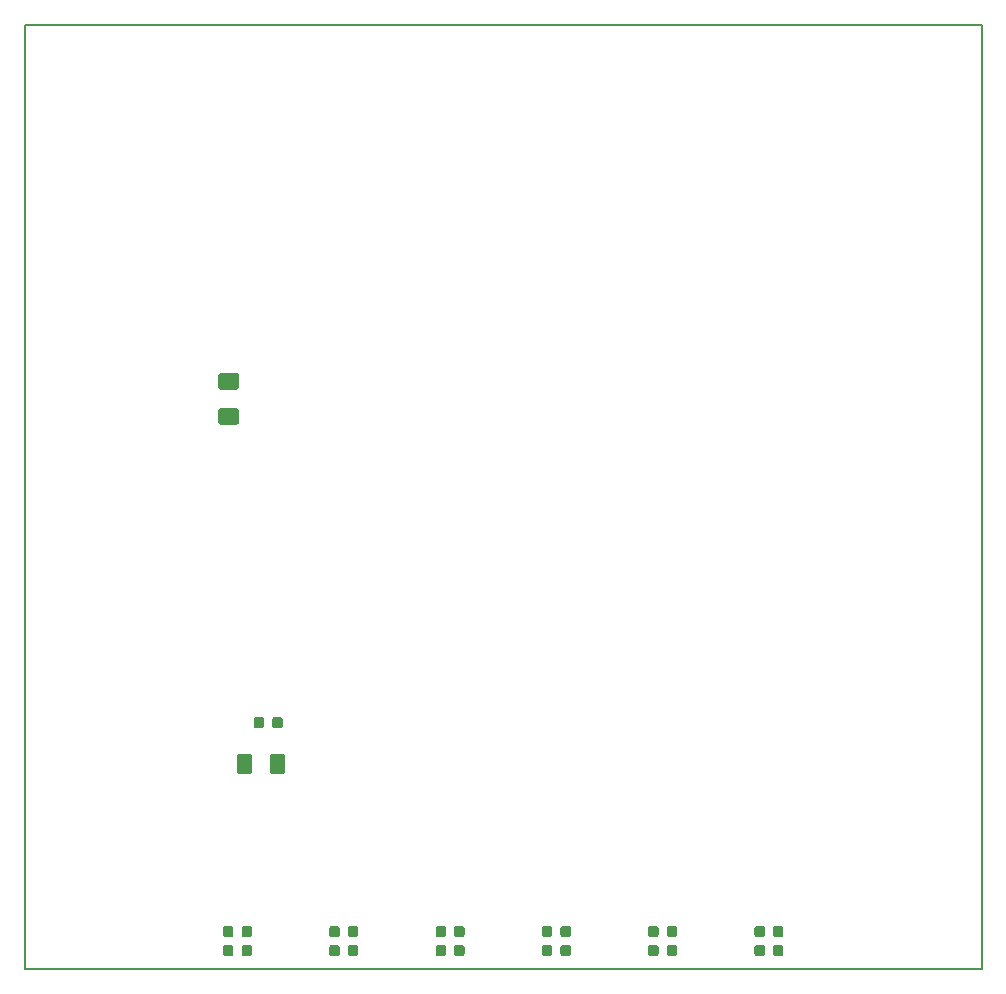
<source format=gbr>
G04 #@! TF.GenerationSoftware,KiCad,Pcbnew,5.0.2-bee76a0~70~ubuntu18.10.1*
G04 #@! TF.CreationDate,2019-01-06T00:11:04+02:00*
G04 #@! TF.ProjectId,GB-BRK-SLOT-A,47422d42-524b-42d5-934c-4f542d412e6b,v1.0*
G04 #@! TF.SameCoordinates,Original*
G04 #@! TF.FileFunction,Paste,Top*
G04 #@! TF.FilePolarity,Positive*
%FSLAX46Y46*%
G04 Gerber Fmt 4.6, Leading zero omitted, Abs format (unit mm)*
G04 Created by KiCad (PCBNEW 5.0.2-bee76a0~70~ubuntu18.10.1) date su  6. tammikuuta 2019 00.11.04*
%MOMM*%
%LPD*%
G01*
G04 APERTURE LIST*
%ADD10C,0.150000*%
%ADD11C,0.100000*%
%ADD12C,1.425000*%
%ADD13C,0.875000*%
%ADD14C,1.250000*%
G04 APERTURE END LIST*
D10*
X128000000Y-70000000D02*
X128000000Y-150000000D01*
X47000000Y-70000000D02*
X128000000Y-70000000D01*
X47000000Y-150000000D02*
X128000000Y-150000000D01*
X47000000Y-70000000D02*
X47000000Y-150000000D01*
D11*
G04 #@! TO.C,R7*
G36*
X64899504Y-102466204D02*
X64923773Y-102469804D01*
X64947571Y-102475765D01*
X64970671Y-102484030D01*
X64992849Y-102494520D01*
X65013893Y-102507133D01*
X65033598Y-102521747D01*
X65051777Y-102538223D01*
X65068253Y-102556402D01*
X65082867Y-102576107D01*
X65095480Y-102597151D01*
X65105970Y-102619329D01*
X65114235Y-102642429D01*
X65120196Y-102666227D01*
X65123796Y-102690496D01*
X65125000Y-102715000D01*
X65125000Y-103640000D01*
X65123796Y-103664504D01*
X65120196Y-103688773D01*
X65114235Y-103712571D01*
X65105970Y-103735671D01*
X65095480Y-103757849D01*
X65082867Y-103778893D01*
X65068253Y-103798598D01*
X65051777Y-103816777D01*
X65033598Y-103833253D01*
X65013893Y-103847867D01*
X64992849Y-103860480D01*
X64970671Y-103870970D01*
X64947571Y-103879235D01*
X64923773Y-103885196D01*
X64899504Y-103888796D01*
X64875000Y-103890000D01*
X63625000Y-103890000D01*
X63600496Y-103888796D01*
X63576227Y-103885196D01*
X63552429Y-103879235D01*
X63529329Y-103870970D01*
X63507151Y-103860480D01*
X63486107Y-103847867D01*
X63466402Y-103833253D01*
X63448223Y-103816777D01*
X63431747Y-103798598D01*
X63417133Y-103778893D01*
X63404520Y-103757849D01*
X63394030Y-103735671D01*
X63385765Y-103712571D01*
X63379804Y-103688773D01*
X63376204Y-103664504D01*
X63375000Y-103640000D01*
X63375000Y-102715000D01*
X63376204Y-102690496D01*
X63379804Y-102666227D01*
X63385765Y-102642429D01*
X63394030Y-102619329D01*
X63404520Y-102597151D01*
X63417133Y-102576107D01*
X63431747Y-102556402D01*
X63448223Y-102538223D01*
X63466402Y-102521747D01*
X63486107Y-102507133D01*
X63507151Y-102494520D01*
X63529329Y-102484030D01*
X63552429Y-102475765D01*
X63576227Y-102469804D01*
X63600496Y-102466204D01*
X63625000Y-102465000D01*
X64875000Y-102465000D01*
X64899504Y-102466204D01*
X64899504Y-102466204D01*
G37*
D12*
X64250000Y-103177500D03*
D11*
G36*
X64899504Y-99491204D02*
X64923773Y-99494804D01*
X64947571Y-99500765D01*
X64970671Y-99509030D01*
X64992849Y-99519520D01*
X65013893Y-99532133D01*
X65033598Y-99546747D01*
X65051777Y-99563223D01*
X65068253Y-99581402D01*
X65082867Y-99601107D01*
X65095480Y-99622151D01*
X65105970Y-99644329D01*
X65114235Y-99667429D01*
X65120196Y-99691227D01*
X65123796Y-99715496D01*
X65125000Y-99740000D01*
X65125000Y-100665000D01*
X65123796Y-100689504D01*
X65120196Y-100713773D01*
X65114235Y-100737571D01*
X65105970Y-100760671D01*
X65095480Y-100782849D01*
X65082867Y-100803893D01*
X65068253Y-100823598D01*
X65051777Y-100841777D01*
X65033598Y-100858253D01*
X65013893Y-100872867D01*
X64992849Y-100885480D01*
X64970671Y-100895970D01*
X64947571Y-100904235D01*
X64923773Y-100910196D01*
X64899504Y-100913796D01*
X64875000Y-100915000D01*
X63625000Y-100915000D01*
X63600496Y-100913796D01*
X63576227Y-100910196D01*
X63552429Y-100904235D01*
X63529329Y-100895970D01*
X63507151Y-100885480D01*
X63486107Y-100872867D01*
X63466402Y-100858253D01*
X63448223Y-100841777D01*
X63431747Y-100823598D01*
X63417133Y-100803893D01*
X63404520Y-100782849D01*
X63394030Y-100760671D01*
X63385765Y-100737571D01*
X63379804Y-100713773D01*
X63376204Y-100689504D01*
X63375000Y-100665000D01*
X63375000Y-99740000D01*
X63376204Y-99715496D01*
X63379804Y-99691227D01*
X63385765Y-99667429D01*
X63394030Y-99644329D01*
X63404520Y-99622151D01*
X63417133Y-99601107D01*
X63431747Y-99581402D01*
X63448223Y-99563223D01*
X63466402Y-99546747D01*
X63486107Y-99532133D01*
X63507151Y-99519520D01*
X63529329Y-99509030D01*
X63552429Y-99500765D01*
X63576227Y-99494804D01*
X63600496Y-99491204D01*
X63625000Y-99490000D01*
X64875000Y-99490000D01*
X64899504Y-99491204D01*
X64899504Y-99491204D01*
G37*
D12*
X64250000Y-100202500D03*
G04 #@! TD*
D11*
G04 #@! TO.C,D1*
G36*
X66027691Y-147926053D02*
X66048926Y-147929203D01*
X66069750Y-147934419D01*
X66089962Y-147941651D01*
X66109368Y-147950830D01*
X66127781Y-147961866D01*
X66145024Y-147974654D01*
X66160930Y-147989070D01*
X66175346Y-148004976D01*
X66188134Y-148022219D01*
X66199170Y-148040632D01*
X66208349Y-148060038D01*
X66215581Y-148080250D01*
X66220797Y-148101074D01*
X66223947Y-148122309D01*
X66225000Y-148143750D01*
X66225000Y-148656250D01*
X66223947Y-148677691D01*
X66220797Y-148698926D01*
X66215581Y-148719750D01*
X66208349Y-148739962D01*
X66199170Y-148759368D01*
X66188134Y-148777781D01*
X66175346Y-148795024D01*
X66160930Y-148810930D01*
X66145024Y-148825346D01*
X66127781Y-148838134D01*
X66109368Y-148849170D01*
X66089962Y-148858349D01*
X66069750Y-148865581D01*
X66048926Y-148870797D01*
X66027691Y-148873947D01*
X66006250Y-148875000D01*
X65568750Y-148875000D01*
X65547309Y-148873947D01*
X65526074Y-148870797D01*
X65505250Y-148865581D01*
X65485038Y-148858349D01*
X65465632Y-148849170D01*
X65447219Y-148838134D01*
X65429976Y-148825346D01*
X65414070Y-148810930D01*
X65399654Y-148795024D01*
X65386866Y-148777781D01*
X65375830Y-148759368D01*
X65366651Y-148739962D01*
X65359419Y-148719750D01*
X65354203Y-148698926D01*
X65351053Y-148677691D01*
X65350000Y-148656250D01*
X65350000Y-148143750D01*
X65351053Y-148122309D01*
X65354203Y-148101074D01*
X65359419Y-148080250D01*
X65366651Y-148060038D01*
X65375830Y-148040632D01*
X65386866Y-148022219D01*
X65399654Y-148004976D01*
X65414070Y-147989070D01*
X65429976Y-147974654D01*
X65447219Y-147961866D01*
X65465632Y-147950830D01*
X65485038Y-147941651D01*
X65505250Y-147934419D01*
X65526074Y-147929203D01*
X65547309Y-147926053D01*
X65568750Y-147925000D01*
X66006250Y-147925000D01*
X66027691Y-147926053D01*
X66027691Y-147926053D01*
G37*
D13*
X65787500Y-148400000D03*
D11*
G36*
X64452691Y-147926053D02*
X64473926Y-147929203D01*
X64494750Y-147934419D01*
X64514962Y-147941651D01*
X64534368Y-147950830D01*
X64552781Y-147961866D01*
X64570024Y-147974654D01*
X64585930Y-147989070D01*
X64600346Y-148004976D01*
X64613134Y-148022219D01*
X64624170Y-148040632D01*
X64633349Y-148060038D01*
X64640581Y-148080250D01*
X64645797Y-148101074D01*
X64648947Y-148122309D01*
X64650000Y-148143750D01*
X64650000Y-148656250D01*
X64648947Y-148677691D01*
X64645797Y-148698926D01*
X64640581Y-148719750D01*
X64633349Y-148739962D01*
X64624170Y-148759368D01*
X64613134Y-148777781D01*
X64600346Y-148795024D01*
X64585930Y-148810930D01*
X64570024Y-148825346D01*
X64552781Y-148838134D01*
X64534368Y-148849170D01*
X64514962Y-148858349D01*
X64494750Y-148865581D01*
X64473926Y-148870797D01*
X64452691Y-148873947D01*
X64431250Y-148875000D01*
X63993750Y-148875000D01*
X63972309Y-148873947D01*
X63951074Y-148870797D01*
X63930250Y-148865581D01*
X63910038Y-148858349D01*
X63890632Y-148849170D01*
X63872219Y-148838134D01*
X63854976Y-148825346D01*
X63839070Y-148810930D01*
X63824654Y-148795024D01*
X63811866Y-148777781D01*
X63800830Y-148759368D01*
X63791651Y-148739962D01*
X63784419Y-148719750D01*
X63779203Y-148698926D01*
X63776053Y-148677691D01*
X63775000Y-148656250D01*
X63775000Y-148143750D01*
X63776053Y-148122309D01*
X63779203Y-148101074D01*
X63784419Y-148080250D01*
X63791651Y-148060038D01*
X63800830Y-148040632D01*
X63811866Y-148022219D01*
X63824654Y-148004976D01*
X63839070Y-147989070D01*
X63854976Y-147974654D01*
X63872219Y-147961866D01*
X63890632Y-147950830D01*
X63910038Y-147941651D01*
X63930250Y-147934419D01*
X63951074Y-147929203D01*
X63972309Y-147926053D01*
X63993750Y-147925000D01*
X64431250Y-147925000D01*
X64452691Y-147926053D01*
X64452691Y-147926053D01*
G37*
D13*
X64212500Y-148400000D03*
G04 #@! TD*
D11*
G04 #@! TO.C,R1*
G36*
X66027691Y-146326053D02*
X66048926Y-146329203D01*
X66069750Y-146334419D01*
X66089962Y-146341651D01*
X66109368Y-146350830D01*
X66127781Y-146361866D01*
X66145024Y-146374654D01*
X66160930Y-146389070D01*
X66175346Y-146404976D01*
X66188134Y-146422219D01*
X66199170Y-146440632D01*
X66208349Y-146460038D01*
X66215581Y-146480250D01*
X66220797Y-146501074D01*
X66223947Y-146522309D01*
X66225000Y-146543750D01*
X66225000Y-147056250D01*
X66223947Y-147077691D01*
X66220797Y-147098926D01*
X66215581Y-147119750D01*
X66208349Y-147139962D01*
X66199170Y-147159368D01*
X66188134Y-147177781D01*
X66175346Y-147195024D01*
X66160930Y-147210930D01*
X66145024Y-147225346D01*
X66127781Y-147238134D01*
X66109368Y-147249170D01*
X66089962Y-147258349D01*
X66069750Y-147265581D01*
X66048926Y-147270797D01*
X66027691Y-147273947D01*
X66006250Y-147275000D01*
X65568750Y-147275000D01*
X65547309Y-147273947D01*
X65526074Y-147270797D01*
X65505250Y-147265581D01*
X65485038Y-147258349D01*
X65465632Y-147249170D01*
X65447219Y-147238134D01*
X65429976Y-147225346D01*
X65414070Y-147210930D01*
X65399654Y-147195024D01*
X65386866Y-147177781D01*
X65375830Y-147159368D01*
X65366651Y-147139962D01*
X65359419Y-147119750D01*
X65354203Y-147098926D01*
X65351053Y-147077691D01*
X65350000Y-147056250D01*
X65350000Y-146543750D01*
X65351053Y-146522309D01*
X65354203Y-146501074D01*
X65359419Y-146480250D01*
X65366651Y-146460038D01*
X65375830Y-146440632D01*
X65386866Y-146422219D01*
X65399654Y-146404976D01*
X65414070Y-146389070D01*
X65429976Y-146374654D01*
X65447219Y-146361866D01*
X65465632Y-146350830D01*
X65485038Y-146341651D01*
X65505250Y-146334419D01*
X65526074Y-146329203D01*
X65547309Y-146326053D01*
X65568750Y-146325000D01*
X66006250Y-146325000D01*
X66027691Y-146326053D01*
X66027691Y-146326053D01*
G37*
D13*
X65787500Y-146800000D03*
D11*
G36*
X64452691Y-146326053D02*
X64473926Y-146329203D01*
X64494750Y-146334419D01*
X64514962Y-146341651D01*
X64534368Y-146350830D01*
X64552781Y-146361866D01*
X64570024Y-146374654D01*
X64585930Y-146389070D01*
X64600346Y-146404976D01*
X64613134Y-146422219D01*
X64624170Y-146440632D01*
X64633349Y-146460038D01*
X64640581Y-146480250D01*
X64645797Y-146501074D01*
X64648947Y-146522309D01*
X64650000Y-146543750D01*
X64650000Y-147056250D01*
X64648947Y-147077691D01*
X64645797Y-147098926D01*
X64640581Y-147119750D01*
X64633349Y-147139962D01*
X64624170Y-147159368D01*
X64613134Y-147177781D01*
X64600346Y-147195024D01*
X64585930Y-147210930D01*
X64570024Y-147225346D01*
X64552781Y-147238134D01*
X64534368Y-147249170D01*
X64514962Y-147258349D01*
X64494750Y-147265581D01*
X64473926Y-147270797D01*
X64452691Y-147273947D01*
X64431250Y-147275000D01*
X63993750Y-147275000D01*
X63972309Y-147273947D01*
X63951074Y-147270797D01*
X63930250Y-147265581D01*
X63910038Y-147258349D01*
X63890632Y-147249170D01*
X63872219Y-147238134D01*
X63854976Y-147225346D01*
X63839070Y-147210930D01*
X63824654Y-147195024D01*
X63811866Y-147177781D01*
X63800830Y-147159368D01*
X63791651Y-147139962D01*
X63784419Y-147119750D01*
X63779203Y-147098926D01*
X63776053Y-147077691D01*
X63775000Y-147056250D01*
X63775000Y-146543750D01*
X63776053Y-146522309D01*
X63779203Y-146501074D01*
X63784419Y-146480250D01*
X63791651Y-146460038D01*
X63800830Y-146440632D01*
X63811866Y-146422219D01*
X63824654Y-146404976D01*
X63839070Y-146389070D01*
X63854976Y-146374654D01*
X63872219Y-146361866D01*
X63890632Y-146350830D01*
X63910038Y-146341651D01*
X63930250Y-146334419D01*
X63951074Y-146329203D01*
X63972309Y-146326053D01*
X63993750Y-146325000D01*
X64431250Y-146325000D01*
X64452691Y-146326053D01*
X64452691Y-146326053D01*
G37*
D13*
X64212500Y-146800000D03*
G04 #@! TD*
D11*
G04 #@! TO.C,C1*
G36*
X65999504Y-131726204D02*
X66023773Y-131729804D01*
X66047571Y-131735765D01*
X66070671Y-131744030D01*
X66092849Y-131754520D01*
X66113893Y-131767133D01*
X66133598Y-131781747D01*
X66151777Y-131798223D01*
X66168253Y-131816402D01*
X66182867Y-131836107D01*
X66195480Y-131857151D01*
X66205970Y-131879329D01*
X66214235Y-131902429D01*
X66220196Y-131926227D01*
X66223796Y-131950496D01*
X66225000Y-131975000D01*
X66225000Y-133225000D01*
X66223796Y-133249504D01*
X66220196Y-133273773D01*
X66214235Y-133297571D01*
X66205970Y-133320671D01*
X66195480Y-133342849D01*
X66182867Y-133363893D01*
X66168253Y-133383598D01*
X66151777Y-133401777D01*
X66133598Y-133418253D01*
X66113893Y-133432867D01*
X66092849Y-133445480D01*
X66070671Y-133455970D01*
X66047571Y-133464235D01*
X66023773Y-133470196D01*
X65999504Y-133473796D01*
X65975000Y-133475000D01*
X65225000Y-133475000D01*
X65200496Y-133473796D01*
X65176227Y-133470196D01*
X65152429Y-133464235D01*
X65129329Y-133455970D01*
X65107151Y-133445480D01*
X65086107Y-133432867D01*
X65066402Y-133418253D01*
X65048223Y-133401777D01*
X65031747Y-133383598D01*
X65017133Y-133363893D01*
X65004520Y-133342849D01*
X64994030Y-133320671D01*
X64985765Y-133297571D01*
X64979804Y-133273773D01*
X64976204Y-133249504D01*
X64975000Y-133225000D01*
X64975000Y-131975000D01*
X64976204Y-131950496D01*
X64979804Y-131926227D01*
X64985765Y-131902429D01*
X64994030Y-131879329D01*
X65004520Y-131857151D01*
X65017133Y-131836107D01*
X65031747Y-131816402D01*
X65048223Y-131798223D01*
X65066402Y-131781747D01*
X65086107Y-131767133D01*
X65107151Y-131754520D01*
X65129329Y-131744030D01*
X65152429Y-131735765D01*
X65176227Y-131729804D01*
X65200496Y-131726204D01*
X65225000Y-131725000D01*
X65975000Y-131725000D01*
X65999504Y-131726204D01*
X65999504Y-131726204D01*
G37*
D14*
X65600000Y-132600000D03*
D11*
G36*
X68799504Y-131726204D02*
X68823773Y-131729804D01*
X68847571Y-131735765D01*
X68870671Y-131744030D01*
X68892849Y-131754520D01*
X68913893Y-131767133D01*
X68933598Y-131781747D01*
X68951777Y-131798223D01*
X68968253Y-131816402D01*
X68982867Y-131836107D01*
X68995480Y-131857151D01*
X69005970Y-131879329D01*
X69014235Y-131902429D01*
X69020196Y-131926227D01*
X69023796Y-131950496D01*
X69025000Y-131975000D01*
X69025000Y-133225000D01*
X69023796Y-133249504D01*
X69020196Y-133273773D01*
X69014235Y-133297571D01*
X69005970Y-133320671D01*
X68995480Y-133342849D01*
X68982867Y-133363893D01*
X68968253Y-133383598D01*
X68951777Y-133401777D01*
X68933598Y-133418253D01*
X68913893Y-133432867D01*
X68892849Y-133445480D01*
X68870671Y-133455970D01*
X68847571Y-133464235D01*
X68823773Y-133470196D01*
X68799504Y-133473796D01*
X68775000Y-133475000D01*
X68025000Y-133475000D01*
X68000496Y-133473796D01*
X67976227Y-133470196D01*
X67952429Y-133464235D01*
X67929329Y-133455970D01*
X67907151Y-133445480D01*
X67886107Y-133432867D01*
X67866402Y-133418253D01*
X67848223Y-133401777D01*
X67831747Y-133383598D01*
X67817133Y-133363893D01*
X67804520Y-133342849D01*
X67794030Y-133320671D01*
X67785765Y-133297571D01*
X67779804Y-133273773D01*
X67776204Y-133249504D01*
X67775000Y-133225000D01*
X67775000Y-131975000D01*
X67776204Y-131950496D01*
X67779804Y-131926227D01*
X67785765Y-131902429D01*
X67794030Y-131879329D01*
X67804520Y-131857151D01*
X67817133Y-131836107D01*
X67831747Y-131816402D01*
X67848223Y-131798223D01*
X67866402Y-131781747D01*
X67886107Y-131767133D01*
X67907151Y-131754520D01*
X67929329Y-131744030D01*
X67952429Y-131735765D01*
X67976227Y-131729804D01*
X68000496Y-131726204D01*
X68025000Y-131725000D01*
X68775000Y-131725000D01*
X68799504Y-131726204D01*
X68799504Y-131726204D01*
G37*
D14*
X68400000Y-132600000D03*
G04 #@! TD*
D11*
G04 #@! TO.C,C2*
G36*
X67052691Y-128626053D02*
X67073926Y-128629203D01*
X67094750Y-128634419D01*
X67114962Y-128641651D01*
X67134368Y-128650830D01*
X67152781Y-128661866D01*
X67170024Y-128674654D01*
X67185930Y-128689070D01*
X67200346Y-128704976D01*
X67213134Y-128722219D01*
X67224170Y-128740632D01*
X67233349Y-128760038D01*
X67240581Y-128780250D01*
X67245797Y-128801074D01*
X67248947Y-128822309D01*
X67250000Y-128843750D01*
X67250000Y-129356250D01*
X67248947Y-129377691D01*
X67245797Y-129398926D01*
X67240581Y-129419750D01*
X67233349Y-129439962D01*
X67224170Y-129459368D01*
X67213134Y-129477781D01*
X67200346Y-129495024D01*
X67185930Y-129510930D01*
X67170024Y-129525346D01*
X67152781Y-129538134D01*
X67134368Y-129549170D01*
X67114962Y-129558349D01*
X67094750Y-129565581D01*
X67073926Y-129570797D01*
X67052691Y-129573947D01*
X67031250Y-129575000D01*
X66593750Y-129575000D01*
X66572309Y-129573947D01*
X66551074Y-129570797D01*
X66530250Y-129565581D01*
X66510038Y-129558349D01*
X66490632Y-129549170D01*
X66472219Y-129538134D01*
X66454976Y-129525346D01*
X66439070Y-129510930D01*
X66424654Y-129495024D01*
X66411866Y-129477781D01*
X66400830Y-129459368D01*
X66391651Y-129439962D01*
X66384419Y-129419750D01*
X66379203Y-129398926D01*
X66376053Y-129377691D01*
X66375000Y-129356250D01*
X66375000Y-128843750D01*
X66376053Y-128822309D01*
X66379203Y-128801074D01*
X66384419Y-128780250D01*
X66391651Y-128760038D01*
X66400830Y-128740632D01*
X66411866Y-128722219D01*
X66424654Y-128704976D01*
X66439070Y-128689070D01*
X66454976Y-128674654D01*
X66472219Y-128661866D01*
X66490632Y-128650830D01*
X66510038Y-128641651D01*
X66530250Y-128634419D01*
X66551074Y-128629203D01*
X66572309Y-128626053D01*
X66593750Y-128625000D01*
X67031250Y-128625000D01*
X67052691Y-128626053D01*
X67052691Y-128626053D01*
G37*
D13*
X66812500Y-129100000D03*
D11*
G36*
X68627691Y-128626053D02*
X68648926Y-128629203D01*
X68669750Y-128634419D01*
X68689962Y-128641651D01*
X68709368Y-128650830D01*
X68727781Y-128661866D01*
X68745024Y-128674654D01*
X68760930Y-128689070D01*
X68775346Y-128704976D01*
X68788134Y-128722219D01*
X68799170Y-128740632D01*
X68808349Y-128760038D01*
X68815581Y-128780250D01*
X68820797Y-128801074D01*
X68823947Y-128822309D01*
X68825000Y-128843750D01*
X68825000Y-129356250D01*
X68823947Y-129377691D01*
X68820797Y-129398926D01*
X68815581Y-129419750D01*
X68808349Y-129439962D01*
X68799170Y-129459368D01*
X68788134Y-129477781D01*
X68775346Y-129495024D01*
X68760930Y-129510930D01*
X68745024Y-129525346D01*
X68727781Y-129538134D01*
X68709368Y-129549170D01*
X68689962Y-129558349D01*
X68669750Y-129565581D01*
X68648926Y-129570797D01*
X68627691Y-129573947D01*
X68606250Y-129575000D01*
X68168750Y-129575000D01*
X68147309Y-129573947D01*
X68126074Y-129570797D01*
X68105250Y-129565581D01*
X68085038Y-129558349D01*
X68065632Y-129549170D01*
X68047219Y-129538134D01*
X68029976Y-129525346D01*
X68014070Y-129510930D01*
X67999654Y-129495024D01*
X67986866Y-129477781D01*
X67975830Y-129459368D01*
X67966651Y-129439962D01*
X67959419Y-129419750D01*
X67954203Y-129398926D01*
X67951053Y-129377691D01*
X67950000Y-129356250D01*
X67950000Y-128843750D01*
X67951053Y-128822309D01*
X67954203Y-128801074D01*
X67959419Y-128780250D01*
X67966651Y-128760038D01*
X67975830Y-128740632D01*
X67986866Y-128722219D01*
X67999654Y-128704976D01*
X68014070Y-128689070D01*
X68029976Y-128674654D01*
X68047219Y-128661866D01*
X68065632Y-128650830D01*
X68085038Y-128641651D01*
X68105250Y-128634419D01*
X68126074Y-128629203D01*
X68147309Y-128626053D01*
X68168750Y-128625000D01*
X68606250Y-128625000D01*
X68627691Y-128626053D01*
X68627691Y-128626053D01*
G37*
D13*
X68387500Y-129100000D03*
G04 #@! TD*
D11*
G04 #@! TO.C,D2*
G36*
X102027691Y-147926053D02*
X102048926Y-147929203D01*
X102069750Y-147934419D01*
X102089962Y-147941651D01*
X102109368Y-147950830D01*
X102127781Y-147961866D01*
X102145024Y-147974654D01*
X102160930Y-147989070D01*
X102175346Y-148004976D01*
X102188134Y-148022219D01*
X102199170Y-148040632D01*
X102208349Y-148060038D01*
X102215581Y-148080250D01*
X102220797Y-148101074D01*
X102223947Y-148122309D01*
X102225000Y-148143750D01*
X102225000Y-148656250D01*
X102223947Y-148677691D01*
X102220797Y-148698926D01*
X102215581Y-148719750D01*
X102208349Y-148739962D01*
X102199170Y-148759368D01*
X102188134Y-148777781D01*
X102175346Y-148795024D01*
X102160930Y-148810930D01*
X102145024Y-148825346D01*
X102127781Y-148838134D01*
X102109368Y-148849170D01*
X102089962Y-148858349D01*
X102069750Y-148865581D01*
X102048926Y-148870797D01*
X102027691Y-148873947D01*
X102006250Y-148875000D01*
X101568750Y-148875000D01*
X101547309Y-148873947D01*
X101526074Y-148870797D01*
X101505250Y-148865581D01*
X101485038Y-148858349D01*
X101465632Y-148849170D01*
X101447219Y-148838134D01*
X101429976Y-148825346D01*
X101414070Y-148810930D01*
X101399654Y-148795024D01*
X101386866Y-148777781D01*
X101375830Y-148759368D01*
X101366651Y-148739962D01*
X101359419Y-148719750D01*
X101354203Y-148698926D01*
X101351053Y-148677691D01*
X101350000Y-148656250D01*
X101350000Y-148143750D01*
X101351053Y-148122309D01*
X101354203Y-148101074D01*
X101359419Y-148080250D01*
X101366651Y-148060038D01*
X101375830Y-148040632D01*
X101386866Y-148022219D01*
X101399654Y-148004976D01*
X101414070Y-147989070D01*
X101429976Y-147974654D01*
X101447219Y-147961866D01*
X101465632Y-147950830D01*
X101485038Y-147941651D01*
X101505250Y-147934419D01*
X101526074Y-147929203D01*
X101547309Y-147926053D01*
X101568750Y-147925000D01*
X102006250Y-147925000D01*
X102027691Y-147926053D01*
X102027691Y-147926053D01*
G37*
D13*
X101787500Y-148400000D03*
D11*
G36*
X100452691Y-147926053D02*
X100473926Y-147929203D01*
X100494750Y-147934419D01*
X100514962Y-147941651D01*
X100534368Y-147950830D01*
X100552781Y-147961866D01*
X100570024Y-147974654D01*
X100585930Y-147989070D01*
X100600346Y-148004976D01*
X100613134Y-148022219D01*
X100624170Y-148040632D01*
X100633349Y-148060038D01*
X100640581Y-148080250D01*
X100645797Y-148101074D01*
X100648947Y-148122309D01*
X100650000Y-148143750D01*
X100650000Y-148656250D01*
X100648947Y-148677691D01*
X100645797Y-148698926D01*
X100640581Y-148719750D01*
X100633349Y-148739962D01*
X100624170Y-148759368D01*
X100613134Y-148777781D01*
X100600346Y-148795024D01*
X100585930Y-148810930D01*
X100570024Y-148825346D01*
X100552781Y-148838134D01*
X100534368Y-148849170D01*
X100514962Y-148858349D01*
X100494750Y-148865581D01*
X100473926Y-148870797D01*
X100452691Y-148873947D01*
X100431250Y-148875000D01*
X99993750Y-148875000D01*
X99972309Y-148873947D01*
X99951074Y-148870797D01*
X99930250Y-148865581D01*
X99910038Y-148858349D01*
X99890632Y-148849170D01*
X99872219Y-148838134D01*
X99854976Y-148825346D01*
X99839070Y-148810930D01*
X99824654Y-148795024D01*
X99811866Y-148777781D01*
X99800830Y-148759368D01*
X99791651Y-148739962D01*
X99784419Y-148719750D01*
X99779203Y-148698926D01*
X99776053Y-148677691D01*
X99775000Y-148656250D01*
X99775000Y-148143750D01*
X99776053Y-148122309D01*
X99779203Y-148101074D01*
X99784419Y-148080250D01*
X99791651Y-148060038D01*
X99800830Y-148040632D01*
X99811866Y-148022219D01*
X99824654Y-148004976D01*
X99839070Y-147989070D01*
X99854976Y-147974654D01*
X99872219Y-147961866D01*
X99890632Y-147950830D01*
X99910038Y-147941651D01*
X99930250Y-147934419D01*
X99951074Y-147929203D01*
X99972309Y-147926053D01*
X99993750Y-147925000D01*
X100431250Y-147925000D01*
X100452691Y-147926053D01*
X100452691Y-147926053D01*
G37*
D13*
X100212500Y-148400000D03*
G04 #@! TD*
D11*
G04 #@! TO.C,D3*
G36*
X75027691Y-147926053D02*
X75048926Y-147929203D01*
X75069750Y-147934419D01*
X75089962Y-147941651D01*
X75109368Y-147950830D01*
X75127781Y-147961866D01*
X75145024Y-147974654D01*
X75160930Y-147989070D01*
X75175346Y-148004976D01*
X75188134Y-148022219D01*
X75199170Y-148040632D01*
X75208349Y-148060038D01*
X75215581Y-148080250D01*
X75220797Y-148101074D01*
X75223947Y-148122309D01*
X75225000Y-148143750D01*
X75225000Y-148656250D01*
X75223947Y-148677691D01*
X75220797Y-148698926D01*
X75215581Y-148719750D01*
X75208349Y-148739962D01*
X75199170Y-148759368D01*
X75188134Y-148777781D01*
X75175346Y-148795024D01*
X75160930Y-148810930D01*
X75145024Y-148825346D01*
X75127781Y-148838134D01*
X75109368Y-148849170D01*
X75089962Y-148858349D01*
X75069750Y-148865581D01*
X75048926Y-148870797D01*
X75027691Y-148873947D01*
X75006250Y-148875000D01*
X74568750Y-148875000D01*
X74547309Y-148873947D01*
X74526074Y-148870797D01*
X74505250Y-148865581D01*
X74485038Y-148858349D01*
X74465632Y-148849170D01*
X74447219Y-148838134D01*
X74429976Y-148825346D01*
X74414070Y-148810930D01*
X74399654Y-148795024D01*
X74386866Y-148777781D01*
X74375830Y-148759368D01*
X74366651Y-148739962D01*
X74359419Y-148719750D01*
X74354203Y-148698926D01*
X74351053Y-148677691D01*
X74350000Y-148656250D01*
X74350000Y-148143750D01*
X74351053Y-148122309D01*
X74354203Y-148101074D01*
X74359419Y-148080250D01*
X74366651Y-148060038D01*
X74375830Y-148040632D01*
X74386866Y-148022219D01*
X74399654Y-148004976D01*
X74414070Y-147989070D01*
X74429976Y-147974654D01*
X74447219Y-147961866D01*
X74465632Y-147950830D01*
X74485038Y-147941651D01*
X74505250Y-147934419D01*
X74526074Y-147929203D01*
X74547309Y-147926053D01*
X74568750Y-147925000D01*
X75006250Y-147925000D01*
X75027691Y-147926053D01*
X75027691Y-147926053D01*
G37*
D13*
X74787500Y-148400000D03*
D11*
G36*
X73452691Y-147926053D02*
X73473926Y-147929203D01*
X73494750Y-147934419D01*
X73514962Y-147941651D01*
X73534368Y-147950830D01*
X73552781Y-147961866D01*
X73570024Y-147974654D01*
X73585930Y-147989070D01*
X73600346Y-148004976D01*
X73613134Y-148022219D01*
X73624170Y-148040632D01*
X73633349Y-148060038D01*
X73640581Y-148080250D01*
X73645797Y-148101074D01*
X73648947Y-148122309D01*
X73650000Y-148143750D01*
X73650000Y-148656250D01*
X73648947Y-148677691D01*
X73645797Y-148698926D01*
X73640581Y-148719750D01*
X73633349Y-148739962D01*
X73624170Y-148759368D01*
X73613134Y-148777781D01*
X73600346Y-148795024D01*
X73585930Y-148810930D01*
X73570024Y-148825346D01*
X73552781Y-148838134D01*
X73534368Y-148849170D01*
X73514962Y-148858349D01*
X73494750Y-148865581D01*
X73473926Y-148870797D01*
X73452691Y-148873947D01*
X73431250Y-148875000D01*
X72993750Y-148875000D01*
X72972309Y-148873947D01*
X72951074Y-148870797D01*
X72930250Y-148865581D01*
X72910038Y-148858349D01*
X72890632Y-148849170D01*
X72872219Y-148838134D01*
X72854976Y-148825346D01*
X72839070Y-148810930D01*
X72824654Y-148795024D01*
X72811866Y-148777781D01*
X72800830Y-148759368D01*
X72791651Y-148739962D01*
X72784419Y-148719750D01*
X72779203Y-148698926D01*
X72776053Y-148677691D01*
X72775000Y-148656250D01*
X72775000Y-148143750D01*
X72776053Y-148122309D01*
X72779203Y-148101074D01*
X72784419Y-148080250D01*
X72791651Y-148060038D01*
X72800830Y-148040632D01*
X72811866Y-148022219D01*
X72824654Y-148004976D01*
X72839070Y-147989070D01*
X72854976Y-147974654D01*
X72872219Y-147961866D01*
X72890632Y-147950830D01*
X72910038Y-147941651D01*
X72930250Y-147934419D01*
X72951074Y-147929203D01*
X72972309Y-147926053D01*
X72993750Y-147925000D01*
X73431250Y-147925000D01*
X73452691Y-147926053D01*
X73452691Y-147926053D01*
G37*
D13*
X73212500Y-148400000D03*
G04 #@! TD*
D11*
G04 #@! TO.C,D4*
G36*
X84027691Y-147926053D02*
X84048926Y-147929203D01*
X84069750Y-147934419D01*
X84089962Y-147941651D01*
X84109368Y-147950830D01*
X84127781Y-147961866D01*
X84145024Y-147974654D01*
X84160930Y-147989070D01*
X84175346Y-148004976D01*
X84188134Y-148022219D01*
X84199170Y-148040632D01*
X84208349Y-148060038D01*
X84215581Y-148080250D01*
X84220797Y-148101074D01*
X84223947Y-148122309D01*
X84225000Y-148143750D01*
X84225000Y-148656250D01*
X84223947Y-148677691D01*
X84220797Y-148698926D01*
X84215581Y-148719750D01*
X84208349Y-148739962D01*
X84199170Y-148759368D01*
X84188134Y-148777781D01*
X84175346Y-148795024D01*
X84160930Y-148810930D01*
X84145024Y-148825346D01*
X84127781Y-148838134D01*
X84109368Y-148849170D01*
X84089962Y-148858349D01*
X84069750Y-148865581D01*
X84048926Y-148870797D01*
X84027691Y-148873947D01*
X84006250Y-148875000D01*
X83568750Y-148875000D01*
X83547309Y-148873947D01*
X83526074Y-148870797D01*
X83505250Y-148865581D01*
X83485038Y-148858349D01*
X83465632Y-148849170D01*
X83447219Y-148838134D01*
X83429976Y-148825346D01*
X83414070Y-148810930D01*
X83399654Y-148795024D01*
X83386866Y-148777781D01*
X83375830Y-148759368D01*
X83366651Y-148739962D01*
X83359419Y-148719750D01*
X83354203Y-148698926D01*
X83351053Y-148677691D01*
X83350000Y-148656250D01*
X83350000Y-148143750D01*
X83351053Y-148122309D01*
X83354203Y-148101074D01*
X83359419Y-148080250D01*
X83366651Y-148060038D01*
X83375830Y-148040632D01*
X83386866Y-148022219D01*
X83399654Y-148004976D01*
X83414070Y-147989070D01*
X83429976Y-147974654D01*
X83447219Y-147961866D01*
X83465632Y-147950830D01*
X83485038Y-147941651D01*
X83505250Y-147934419D01*
X83526074Y-147929203D01*
X83547309Y-147926053D01*
X83568750Y-147925000D01*
X84006250Y-147925000D01*
X84027691Y-147926053D01*
X84027691Y-147926053D01*
G37*
D13*
X83787500Y-148400000D03*
D11*
G36*
X82452691Y-147926053D02*
X82473926Y-147929203D01*
X82494750Y-147934419D01*
X82514962Y-147941651D01*
X82534368Y-147950830D01*
X82552781Y-147961866D01*
X82570024Y-147974654D01*
X82585930Y-147989070D01*
X82600346Y-148004976D01*
X82613134Y-148022219D01*
X82624170Y-148040632D01*
X82633349Y-148060038D01*
X82640581Y-148080250D01*
X82645797Y-148101074D01*
X82648947Y-148122309D01*
X82650000Y-148143750D01*
X82650000Y-148656250D01*
X82648947Y-148677691D01*
X82645797Y-148698926D01*
X82640581Y-148719750D01*
X82633349Y-148739962D01*
X82624170Y-148759368D01*
X82613134Y-148777781D01*
X82600346Y-148795024D01*
X82585930Y-148810930D01*
X82570024Y-148825346D01*
X82552781Y-148838134D01*
X82534368Y-148849170D01*
X82514962Y-148858349D01*
X82494750Y-148865581D01*
X82473926Y-148870797D01*
X82452691Y-148873947D01*
X82431250Y-148875000D01*
X81993750Y-148875000D01*
X81972309Y-148873947D01*
X81951074Y-148870797D01*
X81930250Y-148865581D01*
X81910038Y-148858349D01*
X81890632Y-148849170D01*
X81872219Y-148838134D01*
X81854976Y-148825346D01*
X81839070Y-148810930D01*
X81824654Y-148795024D01*
X81811866Y-148777781D01*
X81800830Y-148759368D01*
X81791651Y-148739962D01*
X81784419Y-148719750D01*
X81779203Y-148698926D01*
X81776053Y-148677691D01*
X81775000Y-148656250D01*
X81775000Y-148143750D01*
X81776053Y-148122309D01*
X81779203Y-148101074D01*
X81784419Y-148080250D01*
X81791651Y-148060038D01*
X81800830Y-148040632D01*
X81811866Y-148022219D01*
X81824654Y-148004976D01*
X81839070Y-147989070D01*
X81854976Y-147974654D01*
X81872219Y-147961866D01*
X81890632Y-147950830D01*
X81910038Y-147941651D01*
X81930250Y-147934419D01*
X81951074Y-147929203D01*
X81972309Y-147926053D01*
X81993750Y-147925000D01*
X82431250Y-147925000D01*
X82452691Y-147926053D01*
X82452691Y-147926053D01*
G37*
D13*
X82212500Y-148400000D03*
G04 #@! TD*
D11*
G04 #@! TO.C,D5*
G36*
X93027691Y-147926053D02*
X93048926Y-147929203D01*
X93069750Y-147934419D01*
X93089962Y-147941651D01*
X93109368Y-147950830D01*
X93127781Y-147961866D01*
X93145024Y-147974654D01*
X93160930Y-147989070D01*
X93175346Y-148004976D01*
X93188134Y-148022219D01*
X93199170Y-148040632D01*
X93208349Y-148060038D01*
X93215581Y-148080250D01*
X93220797Y-148101074D01*
X93223947Y-148122309D01*
X93225000Y-148143750D01*
X93225000Y-148656250D01*
X93223947Y-148677691D01*
X93220797Y-148698926D01*
X93215581Y-148719750D01*
X93208349Y-148739962D01*
X93199170Y-148759368D01*
X93188134Y-148777781D01*
X93175346Y-148795024D01*
X93160930Y-148810930D01*
X93145024Y-148825346D01*
X93127781Y-148838134D01*
X93109368Y-148849170D01*
X93089962Y-148858349D01*
X93069750Y-148865581D01*
X93048926Y-148870797D01*
X93027691Y-148873947D01*
X93006250Y-148875000D01*
X92568750Y-148875000D01*
X92547309Y-148873947D01*
X92526074Y-148870797D01*
X92505250Y-148865581D01*
X92485038Y-148858349D01*
X92465632Y-148849170D01*
X92447219Y-148838134D01*
X92429976Y-148825346D01*
X92414070Y-148810930D01*
X92399654Y-148795024D01*
X92386866Y-148777781D01*
X92375830Y-148759368D01*
X92366651Y-148739962D01*
X92359419Y-148719750D01*
X92354203Y-148698926D01*
X92351053Y-148677691D01*
X92350000Y-148656250D01*
X92350000Y-148143750D01*
X92351053Y-148122309D01*
X92354203Y-148101074D01*
X92359419Y-148080250D01*
X92366651Y-148060038D01*
X92375830Y-148040632D01*
X92386866Y-148022219D01*
X92399654Y-148004976D01*
X92414070Y-147989070D01*
X92429976Y-147974654D01*
X92447219Y-147961866D01*
X92465632Y-147950830D01*
X92485038Y-147941651D01*
X92505250Y-147934419D01*
X92526074Y-147929203D01*
X92547309Y-147926053D01*
X92568750Y-147925000D01*
X93006250Y-147925000D01*
X93027691Y-147926053D01*
X93027691Y-147926053D01*
G37*
D13*
X92787500Y-148400000D03*
D11*
G36*
X91452691Y-147926053D02*
X91473926Y-147929203D01*
X91494750Y-147934419D01*
X91514962Y-147941651D01*
X91534368Y-147950830D01*
X91552781Y-147961866D01*
X91570024Y-147974654D01*
X91585930Y-147989070D01*
X91600346Y-148004976D01*
X91613134Y-148022219D01*
X91624170Y-148040632D01*
X91633349Y-148060038D01*
X91640581Y-148080250D01*
X91645797Y-148101074D01*
X91648947Y-148122309D01*
X91650000Y-148143750D01*
X91650000Y-148656250D01*
X91648947Y-148677691D01*
X91645797Y-148698926D01*
X91640581Y-148719750D01*
X91633349Y-148739962D01*
X91624170Y-148759368D01*
X91613134Y-148777781D01*
X91600346Y-148795024D01*
X91585930Y-148810930D01*
X91570024Y-148825346D01*
X91552781Y-148838134D01*
X91534368Y-148849170D01*
X91514962Y-148858349D01*
X91494750Y-148865581D01*
X91473926Y-148870797D01*
X91452691Y-148873947D01*
X91431250Y-148875000D01*
X90993750Y-148875000D01*
X90972309Y-148873947D01*
X90951074Y-148870797D01*
X90930250Y-148865581D01*
X90910038Y-148858349D01*
X90890632Y-148849170D01*
X90872219Y-148838134D01*
X90854976Y-148825346D01*
X90839070Y-148810930D01*
X90824654Y-148795024D01*
X90811866Y-148777781D01*
X90800830Y-148759368D01*
X90791651Y-148739962D01*
X90784419Y-148719750D01*
X90779203Y-148698926D01*
X90776053Y-148677691D01*
X90775000Y-148656250D01*
X90775000Y-148143750D01*
X90776053Y-148122309D01*
X90779203Y-148101074D01*
X90784419Y-148080250D01*
X90791651Y-148060038D01*
X90800830Y-148040632D01*
X90811866Y-148022219D01*
X90824654Y-148004976D01*
X90839070Y-147989070D01*
X90854976Y-147974654D01*
X90872219Y-147961866D01*
X90890632Y-147950830D01*
X90910038Y-147941651D01*
X90930250Y-147934419D01*
X90951074Y-147929203D01*
X90972309Y-147926053D01*
X90993750Y-147925000D01*
X91431250Y-147925000D01*
X91452691Y-147926053D01*
X91452691Y-147926053D01*
G37*
D13*
X91212500Y-148400000D03*
G04 #@! TD*
D11*
G04 #@! TO.C,D6*
G36*
X111027691Y-147926053D02*
X111048926Y-147929203D01*
X111069750Y-147934419D01*
X111089962Y-147941651D01*
X111109368Y-147950830D01*
X111127781Y-147961866D01*
X111145024Y-147974654D01*
X111160930Y-147989070D01*
X111175346Y-148004976D01*
X111188134Y-148022219D01*
X111199170Y-148040632D01*
X111208349Y-148060038D01*
X111215581Y-148080250D01*
X111220797Y-148101074D01*
X111223947Y-148122309D01*
X111225000Y-148143750D01*
X111225000Y-148656250D01*
X111223947Y-148677691D01*
X111220797Y-148698926D01*
X111215581Y-148719750D01*
X111208349Y-148739962D01*
X111199170Y-148759368D01*
X111188134Y-148777781D01*
X111175346Y-148795024D01*
X111160930Y-148810930D01*
X111145024Y-148825346D01*
X111127781Y-148838134D01*
X111109368Y-148849170D01*
X111089962Y-148858349D01*
X111069750Y-148865581D01*
X111048926Y-148870797D01*
X111027691Y-148873947D01*
X111006250Y-148875000D01*
X110568750Y-148875000D01*
X110547309Y-148873947D01*
X110526074Y-148870797D01*
X110505250Y-148865581D01*
X110485038Y-148858349D01*
X110465632Y-148849170D01*
X110447219Y-148838134D01*
X110429976Y-148825346D01*
X110414070Y-148810930D01*
X110399654Y-148795024D01*
X110386866Y-148777781D01*
X110375830Y-148759368D01*
X110366651Y-148739962D01*
X110359419Y-148719750D01*
X110354203Y-148698926D01*
X110351053Y-148677691D01*
X110350000Y-148656250D01*
X110350000Y-148143750D01*
X110351053Y-148122309D01*
X110354203Y-148101074D01*
X110359419Y-148080250D01*
X110366651Y-148060038D01*
X110375830Y-148040632D01*
X110386866Y-148022219D01*
X110399654Y-148004976D01*
X110414070Y-147989070D01*
X110429976Y-147974654D01*
X110447219Y-147961866D01*
X110465632Y-147950830D01*
X110485038Y-147941651D01*
X110505250Y-147934419D01*
X110526074Y-147929203D01*
X110547309Y-147926053D01*
X110568750Y-147925000D01*
X111006250Y-147925000D01*
X111027691Y-147926053D01*
X111027691Y-147926053D01*
G37*
D13*
X110787500Y-148400000D03*
D11*
G36*
X109452691Y-147926053D02*
X109473926Y-147929203D01*
X109494750Y-147934419D01*
X109514962Y-147941651D01*
X109534368Y-147950830D01*
X109552781Y-147961866D01*
X109570024Y-147974654D01*
X109585930Y-147989070D01*
X109600346Y-148004976D01*
X109613134Y-148022219D01*
X109624170Y-148040632D01*
X109633349Y-148060038D01*
X109640581Y-148080250D01*
X109645797Y-148101074D01*
X109648947Y-148122309D01*
X109650000Y-148143750D01*
X109650000Y-148656250D01*
X109648947Y-148677691D01*
X109645797Y-148698926D01*
X109640581Y-148719750D01*
X109633349Y-148739962D01*
X109624170Y-148759368D01*
X109613134Y-148777781D01*
X109600346Y-148795024D01*
X109585930Y-148810930D01*
X109570024Y-148825346D01*
X109552781Y-148838134D01*
X109534368Y-148849170D01*
X109514962Y-148858349D01*
X109494750Y-148865581D01*
X109473926Y-148870797D01*
X109452691Y-148873947D01*
X109431250Y-148875000D01*
X108993750Y-148875000D01*
X108972309Y-148873947D01*
X108951074Y-148870797D01*
X108930250Y-148865581D01*
X108910038Y-148858349D01*
X108890632Y-148849170D01*
X108872219Y-148838134D01*
X108854976Y-148825346D01*
X108839070Y-148810930D01*
X108824654Y-148795024D01*
X108811866Y-148777781D01*
X108800830Y-148759368D01*
X108791651Y-148739962D01*
X108784419Y-148719750D01*
X108779203Y-148698926D01*
X108776053Y-148677691D01*
X108775000Y-148656250D01*
X108775000Y-148143750D01*
X108776053Y-148122309D01*
X108779203Y-148101074D01*
X108784419Y-148080250D01*
X108791651Y-148060038D01*
X108800830Y-148040632D01*
X108811866Y-148022219D01*
X108824654Y-148004976D01*
X108839070Y-147989070D01*
X108854976Y-147974654D01*
X108872219Y-147961866D01*
X108890632Y-147950830D01*
X108910038Y-147941651D01*
X108930250Y-147934419D01*
X108951074Y-147929203D01*
X108972309Y-147926053D01*
X108993750Y-147925000D01*
X109431250Y-147925000D01*
X109452691Y-147926053D01*
X109452691Y-147926053D01*
G37*
D13*
X109212500Y-148400000D03*
G04 #@! TD*
D11*
G04 #@! TO.C,R2*
G36*
X102027691Y-146326053D02*
X102048926Y-146329203D01*
X102069750Y-146334419D01*
X102089962Y-146341651D01*
X102109368Y-146350830D01*
X102127781Y-146361866D01*
X102145024Y-146374654D01*
X102160930Y-146389070D01*
X102175346Y-146404976D01*
X102188134Y-146422219D01*
X102199170Y-146440632D01*
X102208349Y-146460038D01*
X102215581Y-146480250D01*
X102220797Y-146501074D01*
X102223947Y-146522309D01*
X102225000Y-146543750D01*
X102225000Y-147056250D01*
X102223947Y-147077691D01*
X102220797Y-147098926D01*
X102215581Y-147119750D01*
X102208349Y-147139962D01*
X102199170Y-147159368D01*
X102188134Y-147177781D01*
X102175346Y-147195024D01*
X102160930Y-147210930D01*
X102145024Y-147225346D01*
X102127781Y-147238134D01*
X102109368Y-147249170D01*
X102089962Y-147258349D01*
X102069750Y-147265581D01*
X102048926Y-147270797D01*
X102027691Y-147273947D01*
X102006250Y-147275000D01*
X101568750Y-147275000D01*
X101547309Y-147273947D01*
X101526074Y-147270797D01*
X101505250Y-147265581D01*
X101485038Y-147258349D01*
X101465632Y-147249170D01*
X101447219Y-147238134D01*
X101429976Y-147225346D01*
X101414070Y-147210930D01*
X101399654Y-147195024D01*
X101386866Y-147177781D01*
X101375830Y-147159368D01*
X101366651Y-147139962D01*
X101359419Y-147119750D01*
X101354203Y-147098926D01*
X101351053Y-147077691D01*
X101350000Y-147056250D01*
X101350000Y-146543750D01*
X101351053Y-146522309D01*
X101354203Y-146501074D01*
X101359419Y-146480250D01*
X101366651Y-146460038D01*
X101375830Y-146440632D01*
X101386866Y-146422219D01*
X101399654Y-146404976D01*
X101414070Y-146389070D01*
X101429976Y-146374654D01*
X101447219Y-146361866D01*
X101465632Y-146350830D01*
X101485038Y-146341651D01*
X101505250Y-146334419D01*
X101526074Y-146329203D01*
X101547309Y-146326053D01*
X101568750Y-146325000D01*
X102006250Y-146325000D01*
X102027691Y-146326053D01*
X102027691Y-146326053D01*
G37*
D13*
X101787500Y-146800000D03*
D11*
G36*
X100452691Y-146326053D02*
X100473926Y-146329203D01*
X100494750Y-146334419D01*
X100514962Y-146341651D01*
X100534368Y-146350830D01*
X100552781Y-146361866D01*
X100570024Y-146374654D01*
X100585930Y-146389070D01*
X100600346Y-146404976D01*
X100613134Y-146422219D01*
X100624170Y-146440632D01*
X100633349Y-146460038D01*
X100640581Y-146480250D01*
X100645797Y-146501074D01*
X100648947Y-146522309D01*
X100650000Y-146543750D01*
X100650000Y-147056250D01*
X100648947Y-147077691D01*
X100645797Y-147098926D01*
X100640581Y-147119750D01*
X100633349Y-147139962D01*
X100624170Y-147159368D01*
X100613134Y-147177781D01*
X100600346Y-147195024D01*
X100585930Y-147210930D01*
X100570024Y-147225346D01*
X100552781Y-147238134D01*
X100534368Y-147249170D01*
X100514962Y-147258349D01*
X100494750Y-147265581D01*
X100473926Y-147270797D01*
X100452691Y-147273947D01*
X100431250Y-147275000D01*
X99993750Y-147275000D01*
X99972309Y-147273947D01*
X99951074Y-147270797D01*
X99930250Y-147265581D01*
X99910038Y-147258349D01*
X99890632Y-147249170D01*
X99872219Y-147238134D01*
X99854976Y-147225346D01*
X99839070Y-147210930D01*
X99824654Y-147195024D01*
X99811866Y-147177781D01*
X99800830Y-147159368D01*
X99791651Y-147139962D01*
X99784419Y-147119750D01*
X99779203Y-147098926D01*
X99776053Y-147077691D01*
X99775000Y-147056250D01*
X99775000Y-146543750D01*
X99776053Y-146522309D01*
X99779203Y-146501074D01*
X99784419Y-146480250D01*
X99791651Y-146460038D01*
X99800830Y-146440632D01*
X99811866Y-146422219D01*
X99824654Y-146404976D01*
X99839070Y-146389070D01*
X99854976Y-146374654D01*
X99872219Y-146361866D01*
X99890632Y-146350830D01*
X99910038Y-146341651D01*
X99930250Y-146334419D01*
X99951074Y-146329203D01*
X99972309Y-146326053D01*
X99993750Y-146325000D01*
X100431250Y-146325000D01*
X100452691Y-146326053D01*
X100452691Y-146326053D01*
G37*
D13*
X100212500Y-146800000D03*
G04 #@! TD*
D11*
G04 #@! TO.C,R3*
G36*
X75027691Y-146326053D02*
X75048926Y-146329203D01*
X75069750Y-146334419D01*
X75089962Y-146341651D01*
X75109368Y-146350830D01*
X75127781Y-146361866D01*
X75145024Y-146374654D01*
X75160930Y-146389070D01*
X75175346Y-146404976D01*
X75188134Y-146422219D01*
X75199170Y-146440632D01*
X75208349Y-146460038D01*
X75215581Y-146480250D01*
X75220797Y-146501074D01*
X75223947Y-146522309D01*
X75225000Y-146543750D01*
X75225000Y-147056250D01*
X75223947Y-147077691D01*
X75220797Y-147098926D01*
X75215581Y-147119750D01*
X75208349Y-147139962D01*
X75199170Y-147159368D01*
X75188134Y-147177781D01*
X75175346Y-147195024D01*
X75160930Y-147210930D01*
X75145024Y-147225346D01*
X75127781Y-147238134D01*
X75109368Y-147249170D01*
X75089962Y-147258349D01*
X75069750Y-147265581D01*
X75048926Y-147270797D01*
X75027691Y-147273947D01*
X75006250Y-147275000D01*
X74568750Y-147275000D01*
X74547309Y-147273947D01*
X74526074Y-147270797D01*
X74505250Y-147265581D01*
X74485038Y-147258349D01*
X74465632Y-147249170D01*
X74447219Y-147238134D01*
X74429976Y-147225346D01*
X74414070Y-147210930D01*
X74399654Y-147195024D01*
X74386866Y-147177781D01*
X74375830Y-147159368D01*
X74366651Y-147139962D01*
X74359419Y-147119750D01*
X74354203Y-147098926D01*
X74351053Y-147077691D01*
X74350000Y-147056250D01*
X74350000Y-146543750D01*
X74351053Y-146522309D01*
X74354203Y-146501074D01*
X74359419Y-146480250D01*
X74366651Y-146460038D01*
X74375830Y-146440632D01*
X74386866Y-146422219D01*
X74399654Y-146404976D01*
X74414070Y-146389070D01*
X74429976Y-146374654D01*
X74447219Y-146361866D01*
X74465632Y-146350830D01*
X74485038Y-146341651D01*
X74505250Y-146334419D01*
X74526074Y-146329203D01*
X74547309Y-146326053D01*
X74568750Y-146325000D01*
X75006250Y-146325000D01*
X75027691Y-146326053D01*
X75027691Y-146326053D01*
G37*
D13*
X74787500Y-146800000D03*
D11*
G36*
X73452691Y-146326053D02*
X73473926Y-146329203D01*
X73494750Y-146334419D01*
X73514962Y-146341651D01*
X73534368Y-146350830D01*
X73552781Y-146361866D01*
X73570024Y-146374654D01*
X73585930Y-146389070D01*
X73600346Y-146404976D01*
X73613134Y-146422219D01*
X73624170Y-146440632D01*
X73633349Y-146460038D01*
X73640581Y-146480250D01*
X73645797Y-146501074D01*
X73648947Y-146522309D01*
X73650000Y-146543750D01*
X73650000Y-147056250D01*
X73648947Y-147077691D01*
X73645797Y-147098926D01*
X73640581Y-147119750D01*
X73633349Y-147139962D01*
X73624170Y-147159368D01*
X73613134Y-147177781D01*
X73600346Y-147195024D01*
X73585930Y-147210930D01*
X73570024Y-147225346D01*
X73552781Y-147238134D01*
X73534368Y-147249170D01*
X73514962Y-147258349D01*
X73494750Y-147265581D01*
X73473926Y-147270797D01*
X73452691Y-147273947D01*
X73431250Y-147275000D01*
X72993750Y-147275000D01*
X72972309Y-147273947D01*
X72951074Y-147270797D01*
X72930250Y-147265581D01*
X72910038Y-147258349D01*
X72890632Y-147249170D01*
X72872219Y-147238134D01*
X72854976Y-147225346D01*
X72839070Y-147210930D01*
X72824654Y-147195024D01*
X72811866Y-147177781D01*
X72800830Y-147159368D01*
X72791651Y-147139962D01*
X72784419Y-147119750D01*
X72779203Y-147098926D01*
X72776053Y-147077691D01*
X72775000Y-147056250D01*
X72775000Y-146543750D01*
X72776053Y-146522309D01*
X72779203Y-146501074D01*
X72784419Y-146480250D01*
X72791651Y-146460038D01*
X72800830Y-146440632D01*
X72811866Y-146422219D01*
X72824654Y-146404976D01*
X72839070Y-146389070D01*
X72854976Y-146374654D01*
X72872219Y-146361866D01*
X72890632Y-146350830D01*
X72910038Y-146341651D01*
X72930250Y-146334419D01*
X72951074Y-146329203D01*
X72972309Y-146326053D01*
X72993750Y-146325000D01*
X73431250Y-146325000D01*
X73452691Y-146326053D01*
X73452691Y-146326053D01*
G37*
D13*
X73212500Y-146800000D03*
G04 #@! TD*
D11*
G04 #@! TO.C,R4*
G36*
X84027691Y-146326053D02*
X84048926Y-146329203D01*
X84069750Y-146334419D01*
X84089962Y-146341651D01*
X84109368Y-146350830D01*
X84127781Y-146361866D01*
X84145024Y-146374654D01*
X84160930Y-146389070D01*
X84175346Y-146404976D01*
X84188134Y-146422219D01*
X84199170Y-146440632D01*
X84208349Y-146460038D01*
X84215581Y-146480250D01*
X84220797Y-146501074D01*
X84223947Y-146522309D01*
X84225000Y-146543750D01*
X84225000Y-147056250D01*
X84223947Y-147077691D01*
X84220797Y-147098926D01*
X84215581Y-147119750D01*
X84208349Y-147139962D01*
X84199170Y-147159368D01*
X84188134Y-147177781D01*
X84175346Y-147195024D01*
X84160930Y-147210930D01*
X84145024Y-147225346D01*
X84127781Y-147238134D01*
X84109368Y-147249170D01*
X84089962Y-147258349D01*
X84069750Y-147265581D01*
X84048926Y-147270797D01*
X84027691Y-147273947D01*
X84006250Y-147275000D01*
X83568750Y-147275000D01*
X83547309Y-147273947D01*
X83526074Y-147270797D01*
X83505250Y-147265581D01*
X83485038Y-147258349D01*
X83465632Y-147249170D01*
X83447219Y-147238134D01*
X83429976Y-147225346D01*
X83414070Y-147210930D01*
X83399654Y-147195024D01*
X83386866Y-147177781D01*
X83375830Y-147159368D01*
X83366651Y-147139962D01*
X83359419Y-147119750D01*
X83354203Y-147098926D01*
X83351053Y-147077691D01*
X83350000Y-147056250D01*
X83350000Y-146543750D01*
X83351053Y-146522309D01*
X83354203Y-146501074D01*
X83359419Y-146480250D01*
X83366651Y-146460038D01*
X83375830Y-146440632D01*
X83386866Y-146422219D01*
X83399654Y-146404976D01*
X83414070Y-146389070D01*
X83429976Y-146374654D01*
X83447219Y-146361866D01*
X83465632Y-146350830D01*
X83485038Y-146341651D01*
X83505250Y-146334419D01*
X83526074Y-146329203D01*
X83547309Y-146326053D01*
X83568750Y-146325000D01*
X84006250Y-146325000D01*
X84027691Y-146326053D01*
X84027691Y-146326053D01*
G37*
D13*
X83787500Y-146800000D03*
D11*
G36*
X82452691Y-146326053D02*
X82473926Y-146329203D01*
X82494750Y-146334419D01*
X82514962Y-146341651D01*
X82534368Y-146350830D01*
X82552781Y-146361866D01*
X82570024Y-146374654D01*
X82585930Y-146389070D01*
X82600346Y-146404976D01*
X82613134Y-146422219D01*
X82624170Y-146440632D01*
X82633349Y-146460038D01*
X82640581Y-146480250D01*
X82645797Y-146501074D01*
X82648947Y-146522309D01*
X82650000Y-146543750D01*
X82650000Y-147056250D01*
X82648947Y-147077691D01*
X82645797Y-147098926D01*
X82640581Y-147119750D01*
X82633349Y-147139962D01*
X82624170Y-147159368D01*
X82613134Y-147177781D01*
X82600346Y-147195024D01*
X82585930Y-147210930D01*
X82570024Y-147225346D01*
X82552781Y-147238134D01*
X82534368Y-147249170D01*
X82514962Y-147258349D01*
X82494750Y-147265581D01*
X82473926Y-147270797D01*
X82452691Y-147273947D01*
X82431250Y-147275000D01*
X81993750Y-147275000D01*
X81972309Y-147273947D01*
X81951074Y-147270797D01*
X81930250Y-147265581D01*
X81910038Y-147258349D01*
X81890632Y-147249170D01*
X81872219Y-147238134D01*
X81854976Y-147225346D01*
X81839070Y-147210930D01*
X81824654Y-147195024D01*
X81811866Y-147177781D01*
X81800830Y-147159368D01*
X81791651Y-147139962D01*
X81784419Y-147119750D01*
X81779203Y-147098926D01*
X81776053Y-147077691D01*
X81775000Y-147056250D01*
X81775000Y-146543750D01*
X81776053Y-146522309D01*
X81779203Y-146501074D01*
X81784419Y-146480250D01*
X81791651Y-146460038D01*
X81800830Y-146440632D01*
X81811866Y-146422219D01*
X81824654Y-146404976D01*
X81839070Y-146389070D01*
X81854976Y-146374654D01*
X81872219Y-146361866D01*
X81890632Y-146350830D01*
X81910038Y-146341651D01*
X81930250Y-146334419D01*
X81951074Y-146329203D01*
X81972309Y-146326053D01*
X81993750Y-146325000D01*
X82431250Y-146325000D01*
X82452691Y-146326053D01*
X82452691Y-146326053D01*
G37*
D13*
X82212500Y-146800000D03*
G04 #@! TD*
D11*
G04 #@! TO.C,R5*
G36*
X93027691Y-146326053D02*
X93048926Y-146329203D01*
X93069750Y-146334419D01*
X93089962Y-146341651D01*
X93109368Y-146350830D01*
X93127781Y-146361866D01*
X93145024Y-146374654D01*
X93160930Y-146389070D01*
X93175346Y-146404976D01*
X93188134Y-146422219D01*
X93199170Y-146440632D01*
X93208349Y-146460038D01*
X93215581Y-146480250D01*
X93220797Y-146501074D01*
X93223947Y-146522309D01*
X93225000Y-146543750D01*
X93225000Y-147056250D01*
X93223947Y-147077691D01*
X93220797Y-147098926D01*
X93215581Y-147119750D01*
X93208349Y-147139962D01*
X93199170Y-147159368D01*
X93188134Y-147177781D01*
X93175346Y-147195024D01*
X93160930Y-147210930D01*
X93145024Y-147225346D01*
X93127781Y-147238134D01*
X93109368Y-147249170D01*
X93089962Y-147258349D01*
X93069750Y-147265581D01*
X93048926Y-147270797D01*
X93027691Y-147273947D01*
X93006250Y-147275000D01*
X92568750Y-147275000D01*
X92547309Y-147273947D01*
X92526074Y-147270797D01*
X92505250Y-147265581D01*
X92485038Y-147258349D01*
X92465632Y-147249170D01*
X92447219Y-147238134D01*
X92429976Y-147225346D01*
X92414070Y-147210930D01*
X92399654Y-147195024D01*
X92386866Y-147177781D01*
X92375830Y-147159368D01*
X92366651Y-147139962D01*
X92359419Y-147119750D01*
X92354203Y-147098926D01*
X92351053Y-147077691D01*
X92350000Y-147056250D01*
X92350000Y-146543750D01*
X92351053Y-146522309D01*
X92354203Y-146501074D01*
X92359419Y-146480250D01*
X92366651Y-146460038D01*
X92375830Y-146440632D01*
X92386866Y-146422219D01*
X92399654Y-146404976D01*
X92414070Y-146389070D01*
X92429976Y-146374654D01*
X92447219Y-146361866D01*
X92465632Y-146350830D01*
X92485038Y-146341651D01*
X92505250Y-146334419D01*
X92526074Y-146329203D01*
X92547309Y-146326053D01*
X92568750Y-146325000D01*
X93006250Y-146325000D01*
X93027691Y-146326053D01*
X93027691Y-146326053D01*
G37*
D13*
X92787500Y-146800000D03*
D11*
G36*
X91452691Y-146326053D02*
X91473926Y-146329203D01*
X91494750Y-146334419D01*
X91514962Y-146341651D01*
X91534368Y-146350830D01*
X91552781Y-146361866D01*
X91570024Y-146374654D01*
X91585930Y-146389070D01*
X91600346Y-146404976D01*
X91613134Y-146422219D01*
X91624170Y-146440632D01*
X91633349Y-146460038D01*
X91640581Y-146480250D01*
X91645797Y-146501074D01*
X91648947Y-146522309D01*
X91650000Y-146543750D01*
X91650000Y-147056250D01*
X91648947Y-147077691D01*
X91645797Y-147098926D01*
X91640581Y-147119750D01*
X91633349Y-147139962D01*
X91624170Y-147159368D01*
X91613134Y-147177781D01*
X91600346Y-147195024D01*
X91585930Y-147210930D01*
X91570024Y-147225346D01*
X91552781Y-147238134D01*
X91534368Y-147249170D01*
X91514962Y-147258349D01*
X91494750Y-147265581D01*
X91473926Y-147270797D01*
X91452691Y-147273947D01*
X91431250Y-147275000D01*
X90993750Y-147275000D01*
X90972309Y-147273947D01*
X90951074Y-147270797D01*
X90930250Y-147265581D01*
X90910038Y-147258349D01*
X90890632Y-147249170D01*
X90872219Y-147238134D01*
X90854976Y-147225346D01*
X90839070Y-147210930D01*
X90824654Y-147195024D01*
X90811866Y-147177781D01*
X90800830Y-147159368D01*
X90791651Y-147139962D01*
X90784419Y-147119750D01*
X90779203Y-147098926D01*
X90776053Y-147077691D01*
X90775000Y-147056250D01*
X90775000Y-146543750D01*
X90776053Y-146522309D01*
X90779203Y-146501074D01*
X90784419Y-146480250D01*
X90791651Y-146460038D01*
X90800830Y-146440632D01*
X90811866Y-146422219D01*
X90824654Y-146404976D01*
X90839070Y-146389070D01*
X90854976Y-146374654D01*
X90872219Y-146361866D01*
X90890632Y-146350830D01*
X90910038Y-146341651D01*
X90930250Y-146334419D01*
X90951074Y-146329203D01*
X90972309Y-146326053D01*
X90993750Y-146325000D01*
X91431250Y-146325000D01*
X91452691Y-146326053D01*
X91452691Y-146326053D01*
G37*
D13*
X91212500Y-146800000D03*
G04 #@! TD*
D11*
G04 #@! TO.C,R6*
G36*
X111027691Y-146326053D02*
X111048926Y-146329203D01*
X111069750Y-146334419D01*
X111089962Y-146341651D01*
X111109368Y-146350830D01*
X111127781Y-146361866D01*
X111145024Y-146374654D01*
X111160930Y-146389070D01*
X111175346Y-146404976D01*
X111188134Y-146422219D01*
X111199170Y-146440632D01*
X111208349Y-146460038D01*
X111215581Y-146480250D01*
X111220797Y-146501074D01*
X111223947Y-146522309D01*
X111225000Y-146543750D01*
X111225000Y-147056250D01*
X111223947Y-147077691D01*
X111220797Y-147098926D01*
X111215581Y-147119750D01*
X111208349Y-147139962D01*
X111199170Y-147159368D01*
X111188134Y-147177781D01*
X111175346Y-147195024D01*
X111160930Y-147210930D01*
X111145024Y-147225346D01*
X111127781Y-147238134D01*
X111109368Y-147249170D01*
X111089962Y-147258349D01*
X111069750Y-147265581D01*
X111048926Y-147270797D01*
X111027691Y-147273947D01*
X111006250Y-147275000D01*
X110568750Y-147275000D01*
X110547309Y-147273947D01*
X110526074Y-147270797D01*
X110505250Y-147265581D01*
X110485038Y-147258349D01*
X110465632Y-147249170D01*
X110447219Y-147238134D01*
X110429976Y-147225346D01*
X110414070Y-147210930D01*
X110399654Y-147195024D01*
X110386866Y-147177781D01*
X110375830Y-147159368D01*
X110366651Y-147139962D01*
X110359419Y-147119750D01*
X110354203Y-147098926D01*
X110351053Y-147077691D01*
X110350000Y-147056250D01*
X110350000Y-146543750D01*
X110351053Y-146522309D01*
X110354203Y-146501074D01*
X110359419Y-146480250D01*
X110366651Y-146460038D01*
X110375830Y-146440632D01*
X110386866Y-146422219D01*
X110399654Y-146404976D01*
X110414070Y-146389070D01*
X110429976Y-146374654D01*
X110447219Y-146361866D01*
X110465632Y-146350830D01*
X110485038Y-146341651D01*
X110505250Y-146334419D01*
X110526074Y-146329203D01*
X110547309Y-146326053D01*
X110568750Y-146325000D01*
X111006250Y-146325000D01*
X111027691Y-146326053D01*
X111027691Y-146326053D01*
G37*
D13*
X110787500Y-146800000D03*
D11*
G36*
X109452691Y-146326053D02*
X109473926Y-146329203D01*
X109494750Y-146334419D01*
X109514962Y-146341651D01*
X109534368Y-146350830D01*
X109552781Y-146361866D01*
X109570024Y-146374654D01*
X109585930Y-146389070D01*
X109600346Y-146404976D01*
X109613134Y-146422219D01*
X109624170Y-146440632D01*
X109633349Y-146460038D01*
X109640581Y-146480250D01*
X109645797Y-146501074D01*
X109648947Y-146522309D01*
X109650000Y-146543750D01*
X109650000Y-147056250D01*
X109648947Y-147077691D01*
X109645797Y-147098926D01*
X109640581Y-147119750D01*
X109633349Y-147139962D01*
X109624170Y-147159368D01*
X109613134Y-147177781D01*
X109600346Y-147195024D01*
X109585930Y-147210930D01*
X109570024Y-147225346D01*
X109552781Y-147238134D01*
X109534368Y-147249170D01*
X109514962Y-147258349D01*
X109494750Y-147265581D01*
X109473926Y-147270797D01*
X109452691Y-147273947D01*
X109431250Y-147275000D01*
X108993750Y-147275000D01*
X108972309Y-147273947D01*
X108951074Y-147270797D01*
X108930250Y-147265581D01*
X108910038Y-147258349D01*
X108890632Y-147249170D01*
X108872219Y-147238134D01*
X108854976Y-147225346D01*
X108839070Y-147210930D01*
X108824654Y-147195024D01*
X108811866Y-147177781D01*
X108800830Y-147159368D01*
X108791651Y-147139962D01*
X108784419Y-147119750D01*
X108779203Y-147098926D01*
X108776053Y-147077691D01*
X108775000Y-147056250D01*
X108775000Y-146543750D01*
X108776053Y-146522309D01*
X108779203Y-146501074D01*
X108784419Y-146480250D01*
X108791651Y-146460038D01*
X108800830Y-146440632D01*
X108811866Y-146422219D01*
X108824654Y-146404976D01*
X108839070Y-146389070D01*
X108854976Y-146374654D01*
X108872219Y-146361866D01*
X108890632Y-146350830D01*
X108910038Y-146341651D01*
X108930250Y-146334419D01*
X108951074Y-146329203D01*
X108972309Y-146326053D01*
X108993750Y-146325000D01*
X109431250Y-146325000D01*
X109452691Y-146326053D01*
X109452691Y-146326053D01*
G37*
D13*
X109212500Y-146800000D03*
G04 #@! TD*
M02*

</source>
